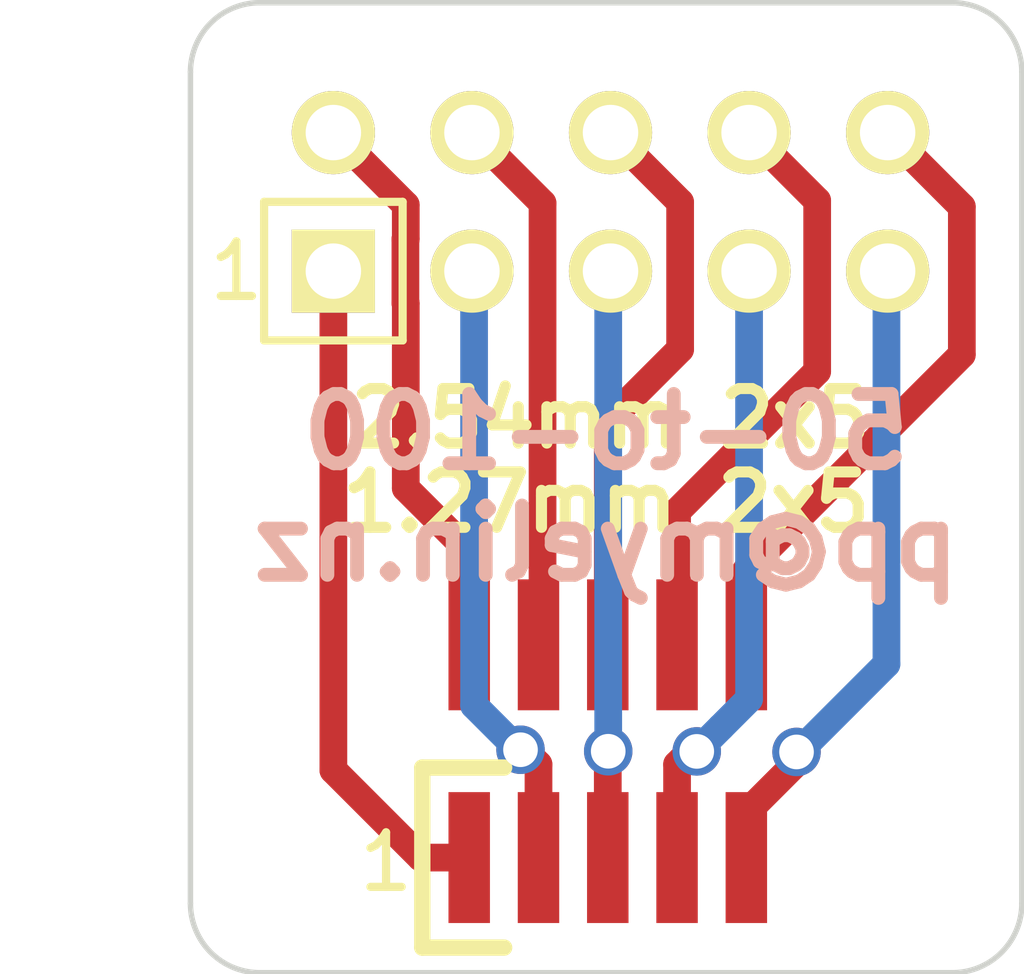
<source format=kicad_pcb>

(kicad_pcb
  (version 4)
  (host pcbnew 4.0.1-stable)
  (general
    (links 10)
    (no_connects 0)
    (area 156.159999 81.229999 171.500001 99.110001)
    (thickness 1.6)
    (drawings 9)
    (tracks 59)
    (zones 0)
    (modules 2)
    (nets 11))
  (page A4)
  (layers
    (0 F.Cu signal)
    (31 B.Cu signal)
    (32 B.Adhes user)
    (33 F.Adhes user)
    (34 B.Paste user)
    (35 F.Paste user)
    (36 B.SilkS user)
    (37 F.SilkS user)
    (38 B.Mask user)
    (39 F.Mask user)
    (40 Dwgs.User user)
    (41 Cmts.User user)
    (42 Eco1.User user)
    (43 Eco2.User user)
    (44 Edge.Cuts user)
    (45 Margin user)
    (46 B.CrtYd user)
    (47 F.CrtYd user)
    (48 B.Fab user)
    (49 F.Fab user))
  (setup
    (last_trace_width 0.508)
    (user_trace_width 0.254)
    (user_trace_width 0.4572)
    (user_trace_width 0.508)
    (trace_clearance 0.2032)
    (zone_clearance 0.3048)
    (zone_45_only no)
    (trace_min 0.254)
    (segment_width 0.2)
    (edge_width 0.1)
    (via_size 0.889)
    (via_drill 0.635)
    (via_min_size 0.6858)
    (via_min_drill 0.3302)
    (uvia_size 0.508)
    (uvia_drill 0.127)
    (uvias_allowed no)
    (uvia_min_size 0.508)
    (uvia_min_drill 0.127)
    (pcb_text_width 0.3)
    (pcb_text_size 1.5 1.5)
    (mod_edge_width 0.15)
    (mod_text_size 1 1)
    (mod_text_width 0.15)
    (pad_size 1.5 1.5)
    (pad_drill 0.6)
    (pad_to_mask_clearance 0)
    (aux_axis_origin 0 0)
    (visible_elements 7FFFFFFF)
    (pcbplotparams
      (layerselection 0x010fc_80000001)
      (usegerberextensions true)
      (excludeedgelayer true)
      (linewidth 0.1)
      (plotframeref false)
      (viasonmask false)
      (mode 1)
      (useauxorigin false)
      (hpglpennumber 1)
      (hpglpenspeed 20)
      (hpglpendiameter 15)
      (hpglpenoverlay 2)
      (psnegative false)
      (psa4output false)
      (plotreference true)
      (plotvalue true)
      (plotinvisibletext false)
      (padsonsilk false)
      (subtractmaskfromsilk false)
      (outputformat 1)
      (mirror false)
      (drillshape 0)
      (scaleselection 1)
      (outputdirectory gerbers/)))
  (net 0 "")
  (net 1 /1)
  (net 2 /2)
  (net 3 /3)
  (net 4 /4)
  (net 5 /5)
  (net 6 /6)
  (net 7 /7)
  (net 8 /8)
  (net 9 /9)
  (net 10 /10)
  (net_class Default "This is the default net class."
    (clearance 0.2032)
    (trace_width 0.254)
    (via_dia 0.889)
    (via_drill 0.635)
    (uvia_dia 0.508)
    (uvia_drill 0.127)
    (add_net /1)
    (add_net /10)
    (add_net /2)
    (add_net /3)
    (add_net /4)
    (add_net /5)
    (add_net /6)
    (add_net /7)
    (add_net /8)
    (add_net /9))
  (module myelin-kicad:pin_array_5x2_50mil_smd
    (layer F.Cu)
    (tedit 571D6745)
    (tstamp 571D6954)
    (at 163.86 95)
    (descr "SMD 50 mil 2x5 connector for SWD header")
    (tags CONN)
    (path /571D60B4)
    (fp_text reference P1
      (at -10.19 0 90)
      (layer F.Fab)
      (effects
        (font
          (size 1.016 1.016)
          (thickness 0.2032))))
    (fp_text value "1.27mm 2x5"
      (at -0.03 -4.5633 180)
      (layer F.SilkS)
      (effects
        (font
          (size 1.016 1.016)
          (thickness 0.2032))))
    (fp_text user 1
      (at -4.064 2.032)
      (layer F.SilkS)
      (effects
        (font
          (size 1 1)
          (thickness 0.15))))
    (fp_line
      (start -1.9 0.3)
      (end -3.4 0.3)
      (layer F.SilkS)
      (width 0.3))
    (fp_line
      (start -1.9 3.6)
      (end -3.4 3.6)
      (layer F.SilkS)
      (width 0.3))
    (fp_line
      (start -3.4 3.6)
      (end -3.4 0.3)
      (layer F.SilkS)
      (width 0.3))
    (pad 10 smd rect
      (at 2.54 -1.95)
      (size 0.76 2.4)
      (layers F.Cu F.Paste F.Mask)
      (net 10 /10))
    (pad 9 smd rect
      (at 2.54 1.95)
      (size 0.76 2.4)
      (layers F.Cu F.Paste F.Mask)
      (net 9 /9))
    (pad 8 smd rect
      (at 1.27 -1.95)
      (size 0.76 2.4)
      (layers F.Cu F.Paste F.Mask)
      (net 8 /8))
    (pad 7 smd rect
      (at 1.27 1.95)
      (size 0.76 2.4)
      (layers F.Cu F.Paste F.Mask)
      (net 7 /7))
    (pad 1 smd rect
      (at -2.54 1.95)
      (size 0.76 2.4)
      (layers F.Cu F.Paste F.Mask)
      (net 1 /1))
    (pad 2 smd rect
      (at -2.54 -1.95)
      (size 0.76 2.4)
      (layers F.Cu F.Paste F.Mask)
      (net 2 /2))
    (pad 3 smd rect
      (at -1.27 1.95)
      (size 0.76 2.4)
      (layers F.Cu F.Paste F.Mask)
      (net 3 /3))
    (pad 4 smd rect
      (at -1.27 -1.95)
      (size 0.76 2.4)
      (layers F.Cu F.Paste F.Mask)
      (net 4 /4))
    (pad 5 smd rect
      (at 0 1.95)
      (size 0.76 2.4)
      (layers F.Cu F.Paste F.Mask)
      (net 5 /5))
    (pad 6 smd rect
      (at 0 -1.95)
      (size 0.76 2.4)
      (layers F.Cu F.Paste F.Mask)
      (net 6 /6))
    (model pin_array/pins_array_3x2.wrl
      (at
        (xyz 0 0 0))
      (scale
        (xyz 1 1 1))
      (rotate
        (xyz 0 0 0))))
  (module myelin-kicad:header_02x05_40mil_60mil
    (layer F.Cu)
    (tedit 571D678E)
    (tstamp 571D744E)
    (at 163.91 84.93)
    (path /571D6159)
    (fp_text reference P2
      (at -10.24 1.43 90)
      (layer F.Fab)
      (effects
        (font
          (size 1 1)
          (thickness 0.2032))))
    (fp_text value "2.54mm 2x5"
      (at 0 3.97)
      (layer F.SilkS)
      (effects
        (font
          (size 1 1)
          (thickness 0.2032))))
    (fp_text user 1
      (at -6.858 1.27)
      (layer F.SilkS)
      (effects
        (font
          (size 1 1)
          (thickness 0.15))))
    (fp_line
      (start -6.35 2.54)
      (end -6.35 0)
      (layer F.SilkS)
      (width 0.15))
    (fp_line
      (start -3.81 2.54)
      (end -6.35 2.54)
      (layer F.SilkS)
      (width 0.15))
    (fp_line
      (start -3.81 0)
      (end -3.81 2.54)
      (layer F.SilkS)
      (width 0.15))
    (fp_line
      (start -6.35 0)
      (end -3.81 0)
      (layer F.SilkS)
      (width 0.15))
    (pad 1 thru_hole rect
      (at -5.08 1.27)
      (size 1.524 1.524)
      (drill 1.016)
      (layers *.Cu *.Mask F.SilkS)
      (net 1 /1))
    (pad 2 thru_hole circle
      (at -5.08 -1.27)
      (size 1.524 1.524)
      (drill 1.016)
      (layers *.Cu *.Mask F.SilkS)
      (net 2 /2))
    (pad 3 thru_hole circle
      (at -2.54 1.27)
      (size 1.524 1.524)
      (drill 1.016)
      (layers *.Cu *.Mask F.SilkS)
      (net 3 /3))
    (pad 4 thru_hole circle
      (at -2.54 -1.27)
      (size 1.524 1.524)
      (drill 1.016)
      (layers *.Cu *.Mask F.SilkS)
      (net 4 /4))
    (pad 5 thru_hole circle
      (at 0 1.27)
      (size 1.524 1.524)
      (drill 1.016)
      (layers *.Cu *.Mask F.SilkS)
      (net 5 /5))
    (pad 6 thru_hole circle
      (at 0 -1.27)
      (size 1.524 1.524)
      (drill 1.016)
      (layers *.Cu *.Mask F.SilkS)
      (net 6 /6))
    (pad 7 thru_hole circle
      (at 2.54 1.27)
      (size 1.524 1.524)
      (drill 1.016)
      (layers *.Cu *.Mask F.SilkS)
      (net 7 /7))
    (pad 8 thru_hole circle
      (at 2.54 -1.27)
      (size 1.524 1.524)
      (drill 1.016)
      (layers *.Cu *.Mask F.SilkS)
      (net 8 /8))
    (pad 9 thru_hole circle
      (at 5.08 1.27)
      (size 1.524 1.524)
      (drill 1.016)
      (layers *.Cu *.Mask F.SilkS)
      (net 9 /9))
    (pad 10 thru_hole circle
      (at 5.08 -1.27)
      (size 1.524 1.524)
      (drill 1.016)
      (layers *.Cu *.Mask F.SilkS)
      (net 10 /10)))
  (gr_line
    (start 171.45 97.79)
    (end 171.45 82.55)
    (layer Edge.Cuts)
    (width 0.1))
  (gr_line
    (start 157.48 99.06)
    (end 170.18 99.06)
    (layer Edge.Cuts)
    (width 0.1))
  (gr_line
    (start 156.21 82.55)
    (end 156.21 97.79)
    (layer Edge.Cuts)
    (width 0.1))
  (gr_line
    (start 170.18 81.28)
    (end 157.48 81.28)
    (layer Edge.Cuts)
    (width 0.1))
  (gr_arc
    (start 157.48 97.79)
    (end 157.48 99.06)
    (angle 90)
    (layer Edge.Cuts)
    (width 0.1))
  (gr_arc
    (start 170.18 97.79)
    (end 171.45 97.79)
    (angle 90)
    (layer Edge.Cuts)
    (width 0.1))
  (gr_arc
    (start 170.18 82.55)
    (end 170.18 81.28)
    (angle 90)
    (layer Edge.Cuts)
    (width 0.1))
  (gr_arc
    (start 157.48 82.55)
    (end 156.21 82.55)
    (angle 90)
    (layer Edge.Cuts)
    (width 0.1))
  (gr_text "50-to-100\npp@myelin.nz"
    (at 163.83 90.17)
    (layer B.SilkS)
    (effects
      (font
        (size 1.27 1.27)
        (thickness 0.254))
      (justify mirror)))
  (segment
    (start 161.32 96.95)
    (end 160.432 96.95)
    (width 0.508)
    (layer F.Cu)
    (net 1))
  (segment
    (start 160.432 96.95)
    (end 158.83 95.348)
    (width 0.508)
    (layer F.Cu)
    (net 1))
  (segment
    (start 158.83 95.348)
    (end 158.83 87.47)
    (width 0.508)
    (layer F.Cu)
    (net 1))
  (segment
    (start 158.83 87.47)
    (end 158.83 86.2)
    (width 0.508)
    (layer F.Cu)
    (net 1))
  (segment
    (start 158.83 83.66)
    (end 160.15716 84.98716)
    (width 0.508)
    (layer F.Cu)
    (net 2))
  (segment
    (start 160.15716 84.98716)
    (end 160.15716 85.608422)
    (width 0.508)
    (layer F.Cu)
    (net 2))
  (segment
    (start 160.15716 85.608422)
    (end 160.150799 85.614783)
    (width 0.508)
    (layer F.Cu)
    (net 2))
  (segment
    (start 160.150799 85.614783)
    (end 160.150799 86.785217)
    (width 0.508)
    (layer F.Cu)
    (net 2))
  (segment
    (start 160.150799 86.785217)
    (end 160.15716 86.791578)
    (width 0.508)
    (layer F.Cu)
    (net 2))
  (segment
    (start 160.15716 86.791578)
    (end 160.15716 90.17916)
    (width 0.508)
    (layer F.Cu)
    (net 2))
  (segment
    (start 160.15716 90.17916)
    (end 161.32 91.342)
    (width 0.508)
    (layer F.Cu)
    (net 2))
  (segment
    (start 161.32 91.342)
    (end 161.32 93.05)
    (width 0.508)
    (layer F.Cu)
    (net 2))
  (segment
    (start 161.37 86.2)
    (end 161.40938 86.23938)
    (width 0.508)
    (layer B.Cu)
    (net 3))
  (segment
    (start 161.40938 86.23938)
    (end 161.40938 94.16034)
    (width 0.508)
    (layer B.Cu)
    (net 3))
  (segment
    (start 162.22218 94.97314)
    (end 162.26028 94.97314)
    (width 0.508)
    (layer B.Cu)
    (net 3))
  (segment
    (start 161.40938 94.16034)
    (end 162.22218 94.97314)
    (width 0.508)
    (layer B.Cu)
    (net 3))
  (segment
    (start 162.32114 94.97314)
    (end 162.26028 94.97314)
    (width 0.508)
    (layer F.Cu)
    (net 3))
  (segment
    (start 162.59 95.242)
    (end 162.32114 94.97314)
    (width 0.508)
    (layer F.Cu)
    (net 3))
  (segment
    (start 162.59 96.95)
    (end 162.59 95.242)
    (width 0.508)
    (layer F.Cu)
    (net 3))
  (segment
    (start 162.59 96.13)
    (end 162.59 96.95)
    (width 0.254)
    (layer F.Cu)
    (net 3))
  (segment
    (start 161.37 83.66)
    (end 162.66414 84.95414)
    (width 0.508)
    (layer F.Cu)
    (net 4))
  (segment
    (start 162.66414 84.95414)
    (end 162.66414 92.97586)
    (width 0.508)
    (layer F.Cu)
    (net 4))
  (segment
    (start 162.66414 92.97586)
    (end 162.59 93.05)
    (width 0.508)
    (layer F.Cu)
    (net 4))
  (segment
    (start 163.8681 95.00108)
    (end 163.8681 86.2419)
    (width 0.508)
    (layer B.Cu)
    (net 5))
  (segment
    (start 163.8681 86.2419)
    (end 163.91 86.2)
    (width 0.508)
    (layer B.Cu)
    (net 5))
  (segment
    (start 163.86 96.95)
    (end 163.86 95.00918)
    (width 0.508)
    (layer F.Cu)
    (net 5))
  (segment
    (start 163.86 95.00918)
    (end 163.8681 95.00108)
    (width 0.508)
    (layer F.Cu)
    (net 5))
  (segment
    (start 163.89 96.92)
    (end 163.86 96.95)
    (width 0.254)
    (layer F.Cu)
    (net 5))
  (segment
    (start 163.91 83.66)
    (end 165.18636 84.93636)
    (width 0.508)
    (layer F.Cu)
    (net 6))
  (segment
    (start 165.18636 84.93636)
    (end 165.18636 87.63254)
    (width 0.508)
    (layer F.Cu)
    (net 6))
  (segment
    (start 165.18636 87.63254)
    (end 163.86 88.9589)
    (width 0.508)
    (layer F.Cu)
    (net 6))
  (segment
    (start 163.86 88.9589)
    (end 163.86 93.05)
    (width 0.508)
    (layer F.Cu)
    (net 6))
  (segment
    (start 165.13 96.95)
    (end 165.13 95.242)
    (width 0.508)
    (layer F.Cu)
    (net 7))
  (segment
    (start 166.45 94.04478)
    (end 165.935659 94.559121)
    (width 0.508)
    (layer B.Cu)
    (net 7))
  (segment
    (start 165.36838 95.00362)
    (end 165.49116 95.00362)
    (width 0.508)
    (layer F.Cu)
    (net 7))
  (segment
    (start 166.45 86.2)
    (end 166.45 94.04478)
    (width 0.508)
    (layer B.Cu)
    (net 7))
  (segment
    (start 165.13 95.242)
    (end 165.36838 95.00362)
    (width 0.508)
    (layer F.Cu)
    (net 7))
  (segment
    (start 165.935659 94.559121)
    (end 165.49116 95.00362)
    (width 0.508)
    (layer B.Cu)
    (net 7))
  (segment
    (start 165.13 96.95)
    (end 165.13 96.13)
    (width 0.254)
    (layer F.Cu)
    (net 7))
  (segment
    (start 166.45 83.66)
    (end 167.69842 84.90842)
    (width 0.508)
    (layer F.Cu)
    (net 8))
  (segment
    (start 167.69842 84.90842)
    (end 167.69842 88.0364)
    (width 0.508)
    (layer F.Cu)
    (net 8))
  (segment
    (start 167.69842 88.0364)
    (end 165.13 90.60482)
    (width 0.508)
    (layer F.Cu)
    (net 8))
  (segment
    (start 165.13 90.60482)
    (end 165.13 93.05)
    (width 0.508)
    (layer F.Cu)
    (net 8))
  (segment
    (start 168.99 86.2)
    (end 168.96842 86.22158)
    (width 0.508)
    (layer B.Cu)
    (net 9))
  (segment
    (start 168.96842 86.22158)
    (end 168.96842 93.40342)
    (width 0.508)
    (layer B.Cu)
    (net 9))
  (segment
    (start 168.96842 93.40342)
    (end 167.358058 95.013782)
    (width 0.508)
    (layer B.Cu)
    (net 9))
  (segment
    (start 167.358058 95.013782)
    (end 167.31996 95.013782)
    (width 0.508)
    (layer B.Cu)
    (net 9))
  (segment
    (start 167.31996 95.21004)
    (end 167.31996 95.013782)
    (width 0.508)
    (layer F.Cu)
    (net 9))
  (segment
    (start 166.4 96.13)
    (end 167.31996 95.21004)
    (width 0.508)
    (layer F.Cu)
    (net 9))
  (segment
    (start 166.4 96.95)
    (end 166.4 96.13)
    (width 0.508)
    (layer F.Cu)
    (net 9))
  (segment
    (start 166.43 96.92)
    (end 166.4 96.95)
    (width 0.254)
    (layer F.Cu)
    (net 9))
  (segment
    (start 168.99 83.66)
    (end 170.35018 85.02018)
    (width 0.508)
    (layer F.Cu)
    (net 10))
  (segment
    (start 170.35018 85.02018)
    (end 170.35018 87.72906)
    (width 0.508)
    (layer F.Cu)
    (net 10))
  (segment
    (start 170.35018 87.72906)
    (end 166.4 91.67924)
    (width 0.508)
    (layer F.Cu)
    (net 10))
  (segment
    (start 166.4 91.67924)
    (end 166.4 93.05)
    (width 0.508)
    (layer F.Cu)
    (net 10))
  (via
    (at 162.26028 94.97314)
    (size 0.889)
    (drill 0.635)
    (layers F.Cu B.Cu)
    (net 3))
  (via
    (at 163.8681 95.00108)
    (size 0.889)
    (drill 0.635)
    (layers F.Cu B.Cu)
    (net 5))
  (via
    (at 165.49116 95.00362)
    (size 0.889)
    (drill 0.635)
    (layers F.Cu B.Cu)
    (net 7))
  (via
    (at 167.31996 95.013782)
    (size 0.889)
    (drill 0.635)
    (layers F.Cu B.Cu)
    (net 9)))
</source>
